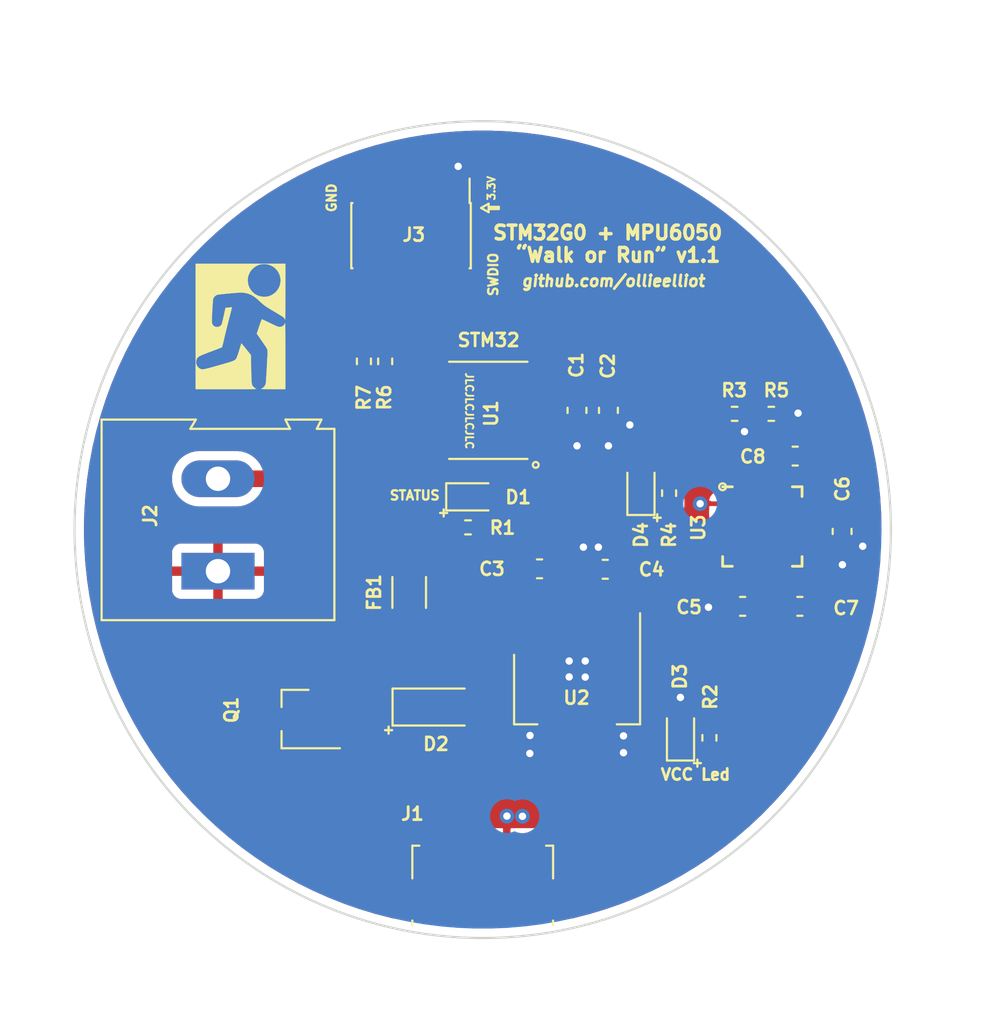
<source format=kicad_pcb>
(kicad_pcb (version 20211014) (generator pcbnew)
  (layers (0 "F.Cu" signal) (31 "B.Cu" signal) (34 "B.Paste" user) (35 "F.Paste" user) (36 "B.SilkS" user "B.Silkscreen") (37 "F.SilkS" user "F.Silkscreen") (38 "B.Mask" user) (39 "F.Mask" user) (44 "Edge.Cuts" user))
  (net 0 "")
  (net 1 "GND")
  (net 2 "+3V3")
  (net 3 "Net-(C3-Pad1)")
  (net 4 "LED")
  (net 5 "Net-(D1-Pad1)")
  (net 6 "+5V")
  (net 7 "Net-(D2-Pad1)")
  (net 8 "Net-(D3-Pad1)")
  (net 9 "Net-(J1-Pad6)")
  (net 10 "Net-(J1-Pad4)")
  (net 11 "Net-(J1-Pad3)")
  (net 12 "Net-(J1-Pad2)")
  (net 13 "Net-(J3-Pad10)")
  (net 14 "Net-(J3-Pad8)")
  (net 15 "Net-(J3-Pad7)")
  (net 16 "Net-(J3-Pad6)")
  (net 17 "Net-(J3-Pad4)")
  (net 18 "Net-(J3-Pad2)")
  (net 19 "SWDIO")
  (net 20 "SWDCLK")
  (net 21 "Net-(J2-Pad2)")
  (net 22 "Net-(C7-Pad1)")
  (net 23 "Net-(C8-Pad1)")
  (net 24 "PWM")
  (net 25 "Net-(D4-Pad1)")
  (net 26 "I2C_SDA")
  (net 27 "I2C_SCL")
  (net 28 "Net-(U3-Pad12)")
  (net 29 "Net-(U3-Pad7)")
  (net 30 "Net-(U3-Pad6)")
  (footprint "Resistor_SMD:R_0402_1005Metric" (layer "F.Cu") (at 173.65 86.8 -90)
    (fp_text reference "R6" (at 1.955 0.05 90) (layer "F.SilkS") (effects (font (size 0.7 0.7))))
    (fp_text value "22")
    (pad "1" smd roundrect (at -0.51 0 270) (size 0.54 0.64) (layers "F.Cu" "F.Paste" "F.Mask") (net 18 "Net-(J3-Pad2)"))
    (pad "2" smd roundrect (at 0.51 0 270) (size 0.54 0.64) (layers "F.Cu" "F.Paste" "F.Mask") (net 19 "SWDIO"))
  )
  (footprint "Resistor_SMD:R_0402_1005Metric" (layer "F.Cu") (at 172.5 86.8 -90)
    (fp_text reference "R7" (at 1.97 0.01 90) (layer "F.SilkS") (effects (font (size 0.7 0.7))))
    (fp_text value "22")
    (pad "1" smd roundrect (at -0.51 0 270) (size 0.54 0.64) (layers "F.Cu" "F.Paste" "F.Mask") (net 17 "Net-(J3-Pad4)"))
    (pad "2" smd roundrect (at 0.51 0 270) (size 0.54 0.64) (layers "F.Cu" "F.Paste" "F.Mask") (net 20 "SWDCLK"))
  )
  (footprint "Connector_PinHeader_1.27mm:PinHeader_2x05_P1.27mm_Vertical_SMD" (layer "F.Cu") (at 175.05 80 -90)
    (fp_text reference "J3" (at -0.05 -0.15 180) (layer "F.SilkS") (effects (font (size 0.7 0.7))))
    (fp_text value "SWD_CONN_10P")
    (pad "1" smd rect (at -1.95 -2.54 270) (size 2.4 0.74) (layers "F.Cu" "F.Paste" "F.Mask") (net 2 "+3V3"))
    (pad "2" smd rect (at 1.95 -2.54 270) (size 2.4 0.74) (layers "F.Cu" "F.Paste" "F.Mask") (net 18 "Net-(J3-Pad2)"))
    (pad "3" smd rect (at -1.95 -1.27 270) (size 2.4 0.74) (layers "F.Cu" "F.Paste" "F.Mask") (net 1 "GND"))
    (pad "4" smd rect (at 1.95 -1.27 270) (size 2.4 0.74) (layers "F.Cu" "F.Paste" "F.Mask") (net 17 "Net-(J3-Pad4)"))
    (pad "5" smd rect (at -1.95 0 270) (size 2.4 0.74) (layers "F.Cu" "F.Paste" "F.Mask") (net 1 "GND"))
    (pad "6" smd rect (at 1.95 0 270) (size 2.4 0.74) (layers "F.Cu" "F.Paste" "F.Mask") (net 16 "Net-(J3-Pad6)"))
    (pad "7" smd rect (at -1.95 1.27 270) (size 2.4 0.74) (layers "F.Cu" "F.Paste" "F.Mask") (net 15 "Net-(J3-Pad7)"))
    (pad "8" smd rect (at 1.95 1.27 270) (size 2.4 0.74) (layers "F.Cu" "F.Paste" "F.Mask") (net 14 "Net-(J3-Pad8)"))
    (pad "9" smd rect (at -1.95 2.54 270) (size 2.4 0.74) (layers "F.Cu" "F.Paste" "F.Mask") (net 1 "GND"))
    (pad "10" smd rect (at 1.95 2.54 270) (size 2.4 0.74) (layers "F.Cu" "F.Paste" "F.Mask") (net 13 "Net-(J3-Pad10)"))
  )
  (footprint "TerminalBlock:TerminalBlock_Altech_AK300-2_P5.00mm" (layer "F.Cu") (at 164.6 98.15 90)
    (fp_text reference "J2" (at 3 -3.67 90) (layer "F.SilkS") (effects (font (size 0.7 0.7))))
    (fp_text value "Screw_Terminal_01x02")
    (pad "1" thru_hole rect (at 0 0 90) (size 1.98 3.96) (drill 1.32) (layers *.Cu *.Mask) (net 1 "GND"))
    (pad "2" thru_hole oval (at 5 0 90) (size 1.98 3.96) (drill 1.32) (layers *.Cu *.Mask) (net 21 "Net-(J2-Pad2)"))
  )
  (footprint "LED_SMD:LED_0603_1608Metric" (layer "F.Cu") (at 187.495 93.6255 90)
    (fp_text reference "D4" (at -2.5655 0 90) (layer "F.SilkS") (effects (font (size 0.7 0.7))))
    (fp_text value "LED")
    (pad "1" smd roundrect (at -0.7875 0 90) (size 0.875 0.95) (layers "F.Cu" "F.Paste" "F.Mask") (net 25 "Net-(D4-Pad1)"))
    (pad "2" smd roundrect (at 0.7875 0 90) (size 0.875 0.95) (layers "F.Cu" "F.Paste" "F.Mask") (net 24 "PWM"))
  )
  (footprint "Resistor_SMD:R_0402_1005Metric" (layer "F.Cu") (at 189.019 93.928 90)
    (fp_text reference "R4" (at -2.263 0 90) (layer "F.SilkS") (effects (font (size 0.7 0.7))))
    (fp_text value "1k")
    (pad "1" smd roundrect (at -0.51 0 90) (size 0.54 0.64) (layers "F.Cu" "F.Paste" "F.Mask") (net 25 "Net-(D4-Pad1)"))
    (pad "2" smd roundrect (at 0.51 0 90) (size 0.54 0.64) (layers "F.Cu" "F.Paste" "F.Mask") (net 1 "GND"))
  )
  (footprint "Resistor_SMD:R_0402_1005Metric" (layer "F.Cu") (at 178.134 95.7806)
    (fp_text reference "R1" (at 1.866 0.0194) (layer "F.SilkS") (effects (font (size 0.7 0.7))))
    (fp_text value "1k")
    (pad "1" smd roundrect (at -0.51 0) (size 0.54 0.64) (layers "F.Cu" "F.Paste" "F.Mask") (net 5 "Net-(D1-Pad1)"))
    (pad "2" smd roundrect (at 0.51 0) (size 0.54 0.64) (layers "F.Cu" "F.Paste" "F.Mask") (net 1 "GND"))
  )
  (footprint "LED_SMD:LED_0603_1608Metric" (layer "F.Cu") (at 178.4388 94.1296)
    (fp_text reference "D1" (at 2.4112 0.0204) (layer "F.SilkS") (effects (font (size 0.7 0.7))))
    (fp_text value "LED")
    (pad "1" smd roundrect (at -0.7875 0) (size 0.875 0.95) (layers "F.Cu" "F.Paste" "F.Mask") (net 5 "Net-(D1-Pad1)"))
    (pad "2" smd roundrect (at 0.7875 0) (size 0.875 0.95) (layers "F.Cu" "F.Paste" "F.Mask") (net 4 "LED"))
  )
  (footprint "Capacitor_SMD:C_0603_1608Metric" (layer "F.Cu") (at 184.033 89.4492 90)
    (fp_text reference "C1" (at 2.4492 -0.033 90) (layer "F.SilkS") (effects (font (size 0.7 0.7))))
    (fp_text value "4.7uF")
    (pad "1" smd roundrect (at -0.775 0 90) (size 0.9 0.95) (layers "F.Cu" "F.Paste" "F.Mask") (net 2 "+3V3"))
    (pad "2" smd roundrect (at 0.775 0 90) (size 0.9 0.95) (layers "F.Cu" "F.Paste" "F.Mask") (net 1 "GND"))
  )
  (footprint "Capacitor_SMD:C_0603_1608Metric" (layer "F.Cu") (at 185.7348 89.4492 90)
    (fp_text reference "C2" (at 2.3992 -0.0348 90) (layer "F.SilkS") (effects (font (size 0.7 0.7))))
    (fp_text value "100nF")
    (pad "1" smd roundrect (at -0.775 0 90) (size 0.9 0.95) (layers "F.Cu" "F.Paste" "F.Mask") (net 2 "+3V3"))
    (pad "2" smd roundrect (at 0.775 0 90) (size 0.9 0.95) (layers "F.Cu" "F.Paste" "F.Mask") (net 1 "GND"))
  )
  (footprint "Capacitor_SMD:C_0603_1608Metric" (layer "F.Cu") (at 193 100.052)
    (fp_text reference "C5" (at -2.9 0.048) (layer "F.SilkS") (effects (font (size 0.7 0.7))))
    (fp_text value "10nF")
    (pad "1" smd roundrect (at -0.775 0) (size 0.9 0.95) (layers "F.Cu" "F.Paste" "F.Mask") (net 2 "+3V3"))
    (pad "2" smd roundrect (at 0.775 0) (size 0.9 0.95) (layers "F.Cu" "F.Paste" "F.Mask") (net 1 "GND"))
  )
  (footprint "Capacitor_SMD:C_0603_1608Metric" (layer "F.Cu") (at 198.384 96 90)
    (fp_text reference "C6" (at 2.3 0.016 270) (layer "F.SilkS") (effects (font (size 0.7 0.7))))
    (fp_text value "0.1uF")
    (pad "1" smd roundrect (at -0.775 0 90) (size 0.9 0.95) (layers "F.Cu" "F.Paste" "F.Mask") (net 2 "+3V3"))
    (pad "2" smd roundrect (at 0.775 0 90) (size 0.9 0.95) (layers "F.Cu" "F.Paste" "F.Mask") (net 1 "GND"))
  )
  (footprint "Capacitor_SMD:C_0603_1608Metric" (layer "F.Cu") (at 196.098 100.052)
    (fp_text reference "C7" (at 2.502 0.098) (layer "F.SilkS") (effects (font (size 0.7 0.7))))
    (fp_text value "0.1uF")
    (pad "1" smd roundrect (at -0.775 0) (size 0.9 0.95) (layers "F.Cu" "F.Paste" "F.Mask") (net 22 "Net-(C7-Pad1)"))
    (pad "2" smd roundrect (at 0.775 0) (size 0.9 0.95) (layers "F.Cu" "F.Paste" "F.Mask") (net 1 "GND"))
  )
  (footprint "Capacitor_SMD:C_0603_1608Metric" (layer "F.Cu") (at 195.844 91.924)
    (fp_text reference "C8" (at -2.294 0.026) (layer "F.SilkS") (effects (font (size 0.7 0.7))))
    (fp_text value "2.2nF")
    (pad "1" smd roundrect (at -0.775 0) (size 0.9 0.95) (layers "F.Cu" "F.Paste" "F.Mask") (net 23 "Net-(C8-Pad1)"))
    (pad "2" smd roundrect (at 0.775 0) (size 0.9 0.95) (layers "F.Cu" "F.Paste" "F.Mask") (net 1 "GND"))
  )
  (footprint "Resistor_SMD:R_0402_1005Metric" (layer "F.Cu") (at 192.565 89.638 180)
    (fp_text reference "R3" (at 0.023 1.27) (layer "F.SilkS") (effects (font (size 0.7 0.7))))
    (fp_text value "2.2k")
    (pad "1" smd roundrect (at -0.51 0 180) (size 0.54 0.64) (layers "F.Cu" "F.Paste" "F.Mask") (net 2 "+3V3"))
    (pad "2" smd roundrect (at 0.51 0 180) (size 0.54 0.64) (layers "F.Cu" "F.Paste" "F.Mask") (net 26 "I2C_SDA"))
  )
  (footprint "Resistor_SMD:R_0402_1005Metric" (layer "F.Cu") (at 194.551 89.638 180)
    (fp_text reference "R5" (at -0.277 1.27) (layer "F.SilkS") (effects (font (size 0.7 0.7))))
    (fp_text value "2.2k")
    (pad "1" smd roundrect (at -0.51 0 180) (size 0.54 0.64) (layers "F.Cu" "F.Paste" "F.Mask") (net 2 "+3V3"))
    (pad "2" smd roundrect (at 0.51 0 180) (size 0.54 0.64) (layers "F.Cu" "F.Paste" "F.Mask") (net 27 "I2C_SCL"))
  )
  (footprint "Sensor_Motion:InvenSense_QFN-24_4x4mm_P0.5mm" (layer "F.Cu") (at 194.066 95.734)
    (fp_text reference "U3" (at -3.466 0.066 90) (layer "F.SilkS") (effects (font (size 0.7 0.7))))
    (fp_text value "MPU-6050")
    (pad "1" smd roundrect (at -1.95 -1.25) (size 0.85 0.3) (layers "F.Cu" "F.Paste" "F.Mask") (net 1 "GND"))
    (pad "2" smd roundrect (at -1.95 -0.75) (size 0.85 0.3) (layers "F.Cu" "F.Paste" "F.Mask"))
    (pad "3" smd roundrect (at -1.95 -0.25) (size 0.85 0.3) (layers "F.Cu" "F.Paste" "F.Mask"))
    (pad "4" smd roundrect (at -1.95 0.25) (size 0.85 0.3) (layers "F.Cu" "F.Paste" "F.Mask"))
    (pad "5" smd roundrect (at -1.95 0.75) (size 0.85 0.3) (layers "F.Cu" "F.Paste" "F.Mask"))
    (pad "6" smd roundrect (at -1.95 1.25) (size 0.85 0.3) (layers "F.Cu" "F.Paste" "F.Mask") (net 30 "Net-(U3-Pad6)"))
    (pad "7" smd roundrect (at -1.25 1.95 90) (size 0.85 0.3) (layers "F.Cu" "F.Paste" "F.Mask") (net 29 "Net-(U3-Pad7)"))
    (pad "8" smd roundrect (at -0.75 1.95 90) (size 0.85 0.3) (layers "F.Cu" "F.Paste" "F.Mask") (net 2 "+3V3"))
    (pad "9" smd roundrect (at -0.25 1.95 90) (size 0.85 0.3) (layers "F.Cu" "F.Paste" "F.Mask") (net 1 "GND"))
    (pad "10" smd roundrect (at 0.25 1.95 90) (size 0.85 0.3) (layers "F.Cu" "F.Paste" "F.Mask") (net 22 "Net-(C7-Pad1)"))
    (pad "11" smd roundrect (at 0.75 1.95 90) (size 0.85 0.3) (layers "F.Cu" "F.Paste" "F.Mask") (net 1 "GND"))
    (pad "12" smd roundrect (at 1.25 1.95 90) (size 0.85 0.3) (layers "F.Cu" "F.Paste" "F.Mask") (net 28 "Net-(U3-Pad12)"))
    (pad "13" smd roundrect (at 1.95 1.25) (size 0.85 0.3) (layers "F.Cu" "F.Paste" "F.Mask") (net 2 "+3V3"))
    (pad "14" smd roundrect (at 1.95 0.75) (size 0.85 0.3) (layers "F.Cu" "F.Paste" "F.Mask"))
    (pad "15" smd roundrect (at 1.95 0.25) (size 0.85 0.3) (layers "F.Cu" "F.Paste" "F.Mask"))
    (pad "16" smd roundrect (at 1.95 -0.25) (size 0.85 0.3) (layers "F.Cu" "F.Paste" "F.Mask"))
    (pad "17" smd roundrect (at 1.95 -0.75) (size 0.85 0.3) (layers "F.Cu" "F.Paste" "F.Mask"))
    (pad "18" smd roundrect (at 1.95 -1.25) (size 0.85 0.3) (layers "F.Cu" "F.Paste" "F.Mask") (net 1 "GND"))
    (pad "19" smd roundrect (at 1.25 -1.95 90) (size 0.85 0.3) (layers "F.Cu" "F.Paste" "F.Mask"))
    (pad "20" smd roundrect (at 0.75 -1.95 90) (size 0.85 0.3) (layers "F.Cu" "F.Paste" "F.Mask") (net 23 "Net-(C8-Pad1)"))
    (pad "21" smd roundrect (at 0.25 -1.95 90) (size 0.85 0.3) (layers "F.Cu" "F.Paste" "F.Mask"))
    (pad "22" smd roundrect (at -0.25 -1.95 90) (size 0.85 0.3) (layers "F.Cu" "F.Paste" "F.Mask"))
    (pad "23" smd roundrect (at -0.75 -1.95 90) (size 0.85 0.3) (layers "F.Cu" "F.Paste" "F.Mask") (net 27 "I2C_SCL"))
    (pad "24" smd roundrect (at -1.25 -1.95 90) (size 0.85 0.3) (layers "F.Cu" "F.Paste" "F.Mask") (net 26 "I2C_SDA"))
  )
  (footprint "footprints:STM32G041J6M6" (layer "F.Cu") (at 179.2324 89.4492 180)
    (fp_text reference "U1" (at -0.1516 -0.1688 270) (layer "F.SilkS") (effects (font (size 0.7 0.7))))
    (fp_text value "STM32" (at -0.0176 3.7992) (layer "F.SilkS") (effects (font (size 0.7 0.7))))
    (pad "1" smd rect locked (at -2.721348 -1.905 180) (size 1.454899 0.5326) (layers "F.Cu" "F.Paste" "F.Mask") (net 4 "LED"))
    (pad "2" smd rect locked (at -2.721348 -0.635 180) (size 1.454899 0.5326) (layers "F.Cu" "F.Paste" "F.Mask") (net 2 "+3V3"))
    (pad "3" smd rect locked (at -2.721348 0.635 180) (size 1.454899 0.5326) (layers "F.Cu" "F.Paste" "F.Mask") (net 1 "GND"))
    (pad "4" smd rect locked (at -2.721348 1.905 180) (size 1.454899 0.5326) (layers "F.Cu" "F.Paste" "F.Mask") (net 24 "PWM"))
    (pad "5" smd rect locked (at 2.721348 1.905 180) (size 1.454899 0.5326) (layers "F.Cu" "F.Paste" "F.Mask") (net 27 "I2C_SCL"))
    (pad "6" smd rect locked (at 2.721348 0.635 180) (size 1.454899 0.5326) (layers "F.Cu" "F.Paste" "F.Mask") (net 26 "I2C_SDA"))
    (pad "7" smd rect locked (at 2.721348 -0.635 180) (size 1.454899 0.5326) (layers "F.Cu" "F.Paste" "F.Mask") (net 19 "SWDIO"))
    (pad "8" smd rect locked (at 2.721348 -1.905 180) (size 1.454899 0.5326) (layers "F.Cu" "F.Paste" "F.Mask") (net 20 "SWDCLK"))
  )
  (footprint "Connector_USB:USB_Micro-B_Molex_47346-0001" (layer "F.Cu") (at 178.93 114.71)
    (fp_text reference "J1" (at -3.802 -3.436 180) (layer "F.SilkS") (effects (font (size 0.7 0.7))))
    (fp_text value "USB_B_Micro")
    (pad "1" smd rect (at -1.3 -1.46) (size 0.45 1.38) (layers "F.Cu" "F.Paste" "F.Mask") (net 6 "+5V"))
    (pad "2" smd rect (at -0.65 -1.46) (size 0.45 1.38) (layers "F.Cu" "F.Paste" "F.Mask") (net 12 "Net-(J1-Pad2)"))
    (pad "3" smd rect (at 0 -1.46) (size 0.45 1.38) (layers "F.Cu" "F.Paste" "F.Mask") (net 11 "Net-(J1-Pad3)"))
    (pad "4" smd rect (at 0.65 -1.46) (size 0.45 1.38) (layers "F.Cu" "F.Paste" "F.Mask") (net 10 "Net-(J1-Pad4)"))
    (pad "5" smd rect (at 1.3 -1.46) (size 0.45 1.38) (layers "F.Cu" "F.Paste" "F.Mask") (net 1 "GND"))
    (pad "6" smd rect (at 2.4875 -1.375) (size 1.425 1.55) (layers "F.Cu" "F.Paste" "F.Mask") (net 9 "Net-(J1-Pad6)"))
    (pad "6" smd rect (at 3.375 1.2) (size 1.65 1.3) (layers "F.Cu" "F.Paste" "F.Mask") (net 9 "Net-(J1-Pad6)"))
    (pad "6" smd rect (at 1.55 1.2) (size 1 1.9) (layers "F.Cu" "F.Paste" "F.Mask") (net 9 "Net-(J1-Pad6)"))
    (pad "6" smd rect (at -3.375 1.2) (size 1.65 1.3) (layers "F.Cu" "F.Paste" "F.Mask") (net 9 "Net-(J1-Pad6)"))
    (pad "6" smd rect (at -1.15 1.2) (size 1.8 1.9) (layers "F.Cu" "F.Paste" "F.Mask") (net 9 "Net-(J1-Pad6)"))
    (pad "6" smd rect (at -2.4875 -1.375) (size 1.425 1.55) (layers "F.Cu" "F.Paste" "F.Mask") (net 9 "Net-(J1-Pad6)"))
  )
  (footprint "LED_SMD:LED_0603_1608Metric" (layer "F.Cu") (at 189.6366 106.9082 90)
    (fp_text reference "D3" (at 3.0582 -0.0366 90) (layer "F.SilkS") (effects (font (size 0.7 0.7))))
    (fp_text value "RED_LED")
    (pad "1" smd roundrect (at -0.7875 0 90) (size 0.875 0.95) (layers "F.Cu" "F.Paste" "F.Mask") (net 8 "Net-(D3-Pad1)"))
    (pad "2" smd roundrect (at 0.7875 0 90) (size 0.875 0.95) (layers "F.Cu" "F.Paste" "F.Mask") (net 2 "+3V3"))
  )
  (footprint "Inductor_SMD:L_1206_3216Metric" (layer "F.Cu") (at 174.95 99.3 -90)
    (fp_text reference "FB1" (at 0 1.9 90) (layer "F.SilkS") (effects (font (size 0.7 0.7))))
    (fp_text value "600 @ 100Mhz")
    (pad "1" smd roundrect (at -1.575 0 270) (size 1.05 1.9) (layers "F.Cu" "F.Paste" "F.Mask") (roundrect_rratio 0.238095) (net 3 "Net-(C3-Pad1)"))
    (pad "2" smd roundrect (at 1.575 0 270) (size 1.05 1.9) (layers "F.Cu" "F.Paste" "F.Mask") (roundrect_rratio 0.238095) (net 7 "Net-(D2-Pad1)"))
  )
  (footprint "Package_TO_SOT_SMD:SOT-23_Handsoldering" (layer "F.Cu") (at 168.8 106.15 180)
    (fp_text reference "Q1" (at 3.473 0.495 270) (layer "F.SilkS") (effects (font (size 0.7 0.7))))
    (fp_text value "Q_PMOS_GSD")
    (pad "1" smd rect (at -1.5 -0.95 180) (size 1.9 0.8) (layers "F.Cu" "F.Paste" "F.Mask") (net 1 "GND"))
    (pad "2" smd rect (at -1.5 0.95 180) (size 1.9 0.8) (layers "F.Cu" "F.Paste" "F.Mask") (net 7 "Net-(D2-Pad1)"))
    (pad "3" smd rect (at 1.5 0 180) (size 1.9 0.8) (layers "F.Cu" "F.Paste" "F.Mask") (net 21 "Net-(J2-Pad2)"))
  )
  (footprint "Resistor_SMD:R_0402_1005Metric" (layer "F.Cu") (at 191.2 107.165 90)
    (fp_text reference "R2" (at 2.215 0.05 90) (layer "F.SilkS") (effects (font (size 0.7 0.7))))
    (fp_text value "1k")
    (pad "1" smd roundrect (at -0.51 0 90) (size 0.54 0.64) (layers "F.Cu" "F.Paste" "F.Mask") (net 8 "Net-(D3-Pad1)"))
    (pad "2" smd roundrect (at 0.51 0 90) (size 0.54 0.64) (layers "F.Cu" "F.Paste" "F.Mask") (net 1 "GND"))
  )
  (footprint "Diode_SMD:D_SOD-123" (layer "F.Cu") (at 176.3 105.5)
    (fp_text reference "D2" (at 0.1 2) (layer "F.SilkS") (effects (font (size 0.7 0.7))))
    (fp_text value "D_Schottky")
    (pad "1" smd rect (at -1.65 0) (size 0.9 1.2) (layers "F.Cu" "F.Paste" "F.Mask") (net 7 "Net-(D2-Pad1)"))
    (pad "2" smd rect (at 1.65 0) (size 0.9 1.2) (layers "F.Cu" "F.Paste" "F.Mask") (net 6 "+5V"))
  )
  (footprint "Capacitor_SMD:C_0603_1608Metric" (layer "F.Cu") (at 185.5618 98.0484)
    (fp_text reference "C4" (at 2.5082 0.0116) (layer "F.SilkS") (effects (font (size 0.7 0.7))))
    (fp_text value "10uF")
    (pad "1" smd roundrect (at -0.775 0) (size 0.9 0.95) (layers "F.Cu" "F.Paste" "F.Mask") (net 2 "+3V3"))
    (pad "2" smd roundrect (at 0.775 0) (size 0.9 0.95) (layers "F.Cu" "F.Paste" "F.Mask") (net 1 "GND"))
  )
  (footprint "Package_TO_SOT_SMD:SOT-223-3_TabPin2" (layer "F.Cu") (at 184.0378 104.5254 -90)
    (fp_text reference "U2" (at 0.4746 0.0278 180) (layer "F.SilkS") (effects (font (size 0.7 0.7))))
    (fp_text value "AMS1117-3.3")
    (pad "1" smd rect (at -3.15 -2.3 270) (size 2 1.5) (layers "F.Cu" "F.Paste" "F.Mask") (net 1 "GND"))
    (pad "2" smd rect (at -3.15 0 270) (size 2 1.5) (layers "F.Cu" "F.Paste" "F.Mask") (net 2 "+3V3"))
    (pad "2" smd rect (at 3.15 0 270) (size 2 3.8) (layers "F.Cu" "F.Paste" "F.Mask") (net 2 "+3V3"))
    (pad "3" smd rect (at -3.15 2.3 270) (size 2 1.5) (layers "F.Cu" "F.Paste" "F.Mask") (net 3 "Net-(C3-Pad1)"))
  )
  (footprint "KiOllie_Lib:running_man" (layer "F.Cu") (at 165.81 84.9)
    (fp_text reference "G***" hide)
    (fp_text value "LOGO" hide)
  )
  (footprint "Capacitor_SMD:C_0603_1608Metric" (layer "F.Cu") (at 182.0058 98.023)
    (fp_text reference "C3" (at -2.5758 0.007) (layer "F.SilkS") (effects (font (size 0.7 0.7))))
    (fp_text value "10uF")
    (pad "1" smd roundrect (at -0.775 0) (size 0.9 0.95) (layers "F.Cu" "F.Paste" "F.Mask") (net 3 "Net-(C3-Pad1)"))
    (pad "2" smd roundrect (at 0.775 0) (size 0.9 0.95) (layers "F.Cu" "F.Paste" "F.Mask") (net 1 "GND"))
  )
  (gr_circle (center 191.916 93.584) (end 191.75 93.5) (layer "F.SilkS") (width 0.12) (fill none))
  (gr_circle (center 181.8 92.4) (end 181.65 92.35) (layer "F.SilkS") (width 0.12) (fill none))
  (gr_line (start 179.25 78.73) (end 178.84 78.5) (layer "F.SilkS") (width 0.12))
  (gr_line (start 178.84 78.5) (end 179.25 78.27) (layer "F.SilkS") (width 0.12))
  (gr_line (start 179.25 78.73) (end 179.25 78.27) (layer "F.SilkS") (width 0.12))
  (gr_line (start 179.27 78.56) (end 179.8 78.56) (layer "F.SilkS") (width 0.12))
  (gr_line (start 179.8 78.55) (end 179.8 78.44) (layer "F.SilkS") (width 0.12))
  (gr_line (start 179.27 78.44) (end 179.8 78.44) (layer "F.SilkS") (width 0.12))
  (gr_circle (center 178.929837 95.9) (end 201.025 95.9) (layer "Edge.Cuts") (width 0.12) (fill none))
  (gr_text "+" (at 188.375 95.225) (layer "F.SilkS") (effects (font (size 0.5 0.5) (thickness 0.125))))
  (gr_text "+" (at 176.85 95 270) (layer "F.SilkS") (effects (font (size 0.5 0.5) (thickness 0.125))))
  (gr_text "JLCJLCJLCJLC" (at 178.204 89.478 270) (layer "F.SilkS") (effects (font (size 0.4 0.4) (thickness 0.1))))
  (gr_text "STM32G0 + MPU6050  \n“Walk or Run” v1.1" (at 186.267 80.445) (layer "F.SilkS") (effects (font (size 0.75 0.75) (thickness 0.1875))))
  (gr_text "github.com/ollieelliot" (at 186 82.45) (layer "F.SilkS") (effects (font (size 0.6 0.6) (thickness 0.15) italic)))
  (gr_text "SWDIO" (at 179.5 82.1 90) (layer "F.SilkS") (effects (font (size 0.5 0.5) (thickness 0.125))))
  (gr_text "GND\n" (at 170.75 77.95 90) (layer "F.SilkS") (effects (font (size 0.5 0.5) (thickness 0.125))))
  (gr_text "3.3V" (at 179.4 77.435 90) (layer "F.SilkS") (effects (font (size 0.4 0.4) (thickness 0.1))))
  (gr_text "+" (at 173.8 106.75 90) (layer "F.SilkS") (effects (font (size 0.5 0.5) (thickness 0.125))))
  (gr_text "+" (at 190.55 108.5) (layer "F.SilkS") (effects (font (size 0.5 0.5) (thickness 0.125))))
  (gr_text "VCC Led" (at 190.45 109.15) (layer "F.SilkS") (effects (font (size 0.6 0.6))))
  (gr_text "STATUS" (at 175.25 94.05) (layer "F.SilkS") (effects (font (size 0.5 0.5) (thickness 0.125))))
  (segment (start 185.704 88.6309) (end 185.7348 88.6617) (width 0.4) (layer "F.Cu") (net 1))
  (segment (start 185.7585 88.638) (end 185.7348 88.6617) (width 0.6) (layer "F.Cu") (net 1))
  (segment (start 185.724 88.6509) (end 185.7348 88.6617) (width 0.6) (layer "F.Cu") (net 1))
  (segment (start 195.507 98.9) (end 196.5 98.9) (width 0.25) (layer "F.Cu") (net 1))
  (segment (start 196.5 98.9) (end 196.8855 99.2855) (width 0.25) (layer "F.Cu") (net 1))
  (segment (start 196.8855 99.2855) (end 196.8855 100.052) (width 0.25) (layer "F.Cu") (net 1))
  (segment (start 193.816 97.684) (end 193.816 100.0235) (width 0.25) (layer "F.Cu") (net 1))
  (segment (start 193.816 100.0235) (end 193.7875 100.052) (width 0.25) (layer "F.Cu") (net 1))
  (segment (start 198.384 95.2125) (end 197.6555 94.484) (width 0.25) (layer "F.Cu") (net 1))
  (segment (start 197.6555 94.484) (end 196.016 94.484) (width 0.25) (layer "F.Cu") (net 1))
  (segment (start 183.994 88.6227) (end 184.033 88.6617) (width 0.6) (layer "F.Cu") (net 1))
  (segment (start 181.953748 88.8142) (end 183.8805 88.8142) (width 0.6) (layer "F.Cu") (net 1))
  (segment (start 183.8805 88.8142) (end 184.033 88.6617) (width 0.6) (layer "F.Cu") (net 1))
  (segment (start 184.033 88.6617) (end 185.7348 88.6617) (width 0.4) (layer "F.Cu") (net 1))
  (segment (start 190.7 94.5) (end 192.1 94.5) (width 0.25) (layer "F.Cu") (net 1))
  (segment (start 192.1 94.5) (end 192.116 94.484) (width 0.25) (layer "F.Cu") (net 1))
  (segment (start 194.816 97.684) (end 194.816 98.209) (width 0.25) (layer "F.Cu") (net 1))
  (segment (start 194.816 98.209) (end 195.507 98.9) (width 0.25) (layer "F.Cu") (net 1))
  (segment (start 180.24 111.4) (end 181.07 111.4) (width 0.6) (layer "F.Cu") (net 1))
  (segment (start 180.23 111.41) (end 180.24 111.4) (width 0.4) (layer "F.Cu") (net 1))
  (segment (start 181.07 111.4) (end 181.08 111.41) (width 0.6) (layer "F.Cu") (net 1))
  (segment (start 180.23 113.25) (end 180.23 111.41) (width 0.4) (layer "F.Cu") (net 1))
  (segment (start 182.78 98.0097) (end 182.7933 98.023) (width 0.6) (layer "F.Cu") (net 1))
  (segment (start 182.82 98.0497) (end 182.7933 98.023) (width 0.6) (layer "F.Cu") (net 1))
  (segment (start 186.3378 101.3754) (end 186.3378 98.0599) (width 0.7) (layer "F.Cu") (net 1))
  (segment (start 186.3378 98.0599) (end 186.3493 98.0484) (width 0.7) (layer "F.Cu") (net 1))
  (via (at 190.7 94.5) (size 0.8) (drill 0.4) (layers "F.Cu" "B.Cu") (net 1))
  (via (at 181.08 111.41) (size 0.8) (drill 0.4) (layers "F.Cu" "B.Cu") (net 1))
  (via (at 180.24 111.4) (size 0.8) (drill 0.4) (layers "F.Cu" "B.Cu") (net 1))
  (segment (start 185.7348 90.2367) (end 185.7348 90.2367) (width 0.4) (layer "F.Cu") (net 2))
  (segment (start 185.7348 90.2367) (end 185.7348 91.3672) (width 0.6) (layer "F.Cu") (net 2))
  (segment (start 185.7348 91.3672) (end 185.734 91.368) (width 0.6) (layer "F.Cu") (net 2))
  (segment (start 181.953748 90.0842) (end 183.8805 90.0842) (width 0.4) (layer "F.Cu") (net 2))
  (segment (start 183.8805 90.0842) (end 184.033 90.2367) (width 0.4) (layer "F.Cu") (net 2))
  (segment (start 184.033 90.2367) (end 185.7348 90.2367) (width 0.4) (layer "F.Cu") (net 2))
  (segment (start 191.15 100.1) (end 192.1645 100.1) (width 0.4) (layer "F.Cu") (net 2))
  (segment (start 192.1645 100.1) (end 192.2125 100.052) (width 0.4) (layer "F.Cu") (net 2))
  (segment (start 192.15 100.1145) (end 192.2125 100.052) (width 0.4) (layer "F.Cu") (net 2))
  (segment (start 192.2125 100.052) (end 192.2125 99.477) (width 0.25) (layer "F.Cu") (net 2))
  (segment (start 192.2125 99.477) (end 193.316 98.3735) (width 0.25) (layer "F.Cu") (net 2))
  (segment (start 193.316 98.3735) (end 193.316 98.209) (width 0.25) (layer "F.Cu") (net 2))
  (segment (start 193.316 98.209) (end 193.316 97.684) (width 0.25) (layer "F.Cu") (net 2))
  (segment (start 198.4 97.8) (end 198.4 96.8035) (width 0.4) (layer "F.Cu") (net 2))
  (segment (start 198.4 96.8035) (end 198.384 96.7875) (width 0.4) (layer "F.Cu") (net 2))
  (segment (start 198.384 96.7875) (end 199.4875 96.7875) (width 0.4) (layer "F.Cu") (net 2))
  (segment (start 199.4875 96.7875) (end 199.5 96.8) (width 0.4) (layer "F.Cu") (net 2))
  (segment (start 198.23575 96.93575) (end 198.384 96.7875) (width 0.25) (layer "F.Cu") (net 2))
  (segment (start 196 89.6) (end 195.074 89.6) (width 0.4) (layer "F.Cu") (net 2))
  (segment (start 195.074 89.6) (end 195.036 89.638) (width 0.4) (layer "F.Cu") (net 2))
  (segment (start 193.1 90.6) (end 193.1 89.688) (width 0.4) (layer "F.Cu") (net 2))
  (segment (start 193.1 89.688) (end 193.05 89.638) (width 0.4) (layer "F.Cu") (net 2))
  (segment (start 196.016 96.984) (end 198.1875 96.984) (width 0.25) (layer "F.Cu") (net 2))
  (segment (start 198.1875 96.984) (end 198.23575 96.93575) (width 0.25) (layer "F.Cu") (net 2))
  (segment (start 184.033 90.2367) (end 184.033 91.367) (width 0.6) (layer "F.Cu") (net 2))
  (segment (start 184.033 91.367) (end 184.034 91.368) (width 0.6) (layer "F.Cu") (net 2))
  (segment (start 189.6366 106.1207) (end 189.6366 104.9866) (width 0.4) (layer "F.Cu") (net 2))
  (segment (start 189.6366 104.9866) (end 189.63 104.98) (width 0.4) (layer "F.Cu") (net 2))
  (segment (start 184.0378 101.3754) (end 184.0378 101.3754) (width 0.9) (layer "F.Cu") (net 2))
  (segment (start 184.0378 101.3754) (end 184.0378 101.3754) (width 0.9) (layer "F.Cu") (net 2))
  (segment (start 184.7743 99.2757) (end 184.2375 99.2757) (width 0.9) (layer "F.Cu") (net 2))
  (segment (start 184.2375 99.2757) (end 184.0378 99.4754) (width 0.9) (layer "F.Cu") (net 2))
  (segment (start 184.0378 99.4754) (end 184.0378 101.3754) (width 0.9) (layer "F.Cu") (net 2))
  (segment (start 184.7743 98.0484) (end 184.7743 99.2757) (width 0.9) (layer "F.Cu") (net 2))
  (segment (start 181.49 107.04) (end 183.4024 107.04) (width 0.6) (layer "F.Cu") (net 2))
  (segment (start 183.4024 107.04) (end 184.0378 107.6754) (width 0.6) (layer "F.Cu") (net 2))
  (segment (start 181.49 107.04) (end 181.49 108) (width 0.6) (layer "F.Cu") (net 2))
  (segment (start 181.49 108) (end 181.48 108.01) (width 0.6) (layer "F.Cu") (net 2))
  (segment (start 181.48 108.01) (end 183.7032 108.01) (width 0.6) (layer "F.Cu") (net 2))
  (segment (start 183.7032 108.01) (end 184.0378 107.6754) (width 0.6) (layer "F.Cu") (net 2))
  (segment (start 186.55 107.06) (end 186.55 107.97) (width 0.6) (layer "F.Cu") (net 2))
  (segment (start 186.55 107.06) (end 184.6532 107.06) (width 0.6) (layer "F.Cu") (net 2))
  (segment (start 184.6532 107.06) (end 184.0378 107.6754) (width 0.6) (layer "F.Cu") (net 2))
  (segment (start 186.55 107.97) (end 184.3324 107.97) (width 0.6) (layer "F.Cu") (net 2))
  (segment (start 184.3324 107.97) (end 184.0378 107.6754) (width 0.6) (layer "F.Cu") (net 2))
  (segment (start 185.19 96.85) (end 185.19 97.6327) (width 0.6) (layer "F.Cu") (net 2))
  (segment (start 185.19 97.6327) (end 184.7743 98.0484) (width 0.6) (layer "F.Cu") (net 2))
  (segment (start 184.38 96.85) (end 184.38 97.6541) (width 0.6) (layer "F.Cu") (net 2))
  (segment (start 184.38 97.6541) (end 184.7743 98.0484) (width 0.6) (layer "F.Cu") (net 2))
  (segment (start 184.38 96.85) (end 185.19 96.85) (width 0.6) (layer "F.Cu") (net 2))
  (segment (start 184.48 103.01) (end 184.48 101.8176) (width 0.6) (layer "F.Cu") (net 2))
  (segment (start 184.48 101.8176) (end 184.0378 101.3754) (width 0.6) (layer "F.Cu") (net 2))
  (segment (start 183.61 103.01) (end 183.61 101.8032) (width 0.6) (layer "F.Cu") (net 2))
  (segment (start 183.61 101.8032) (end 184.0378 101.3754) (width 0.6) (layer "F.Cu") (net 2))
  (segment (start 183.61 103.87) (end 183.61 103.01) (width 0.6) (layer "F.Cu") (net 2))
  (segment (start 183.61 103.87) (end 184.47 103.87) (width 0.6) (layer "F.Cu") (net 2))
  (segment (start 184.47 103.87) (end 184.48 103.88) (width 0.6) (layer "F.Cu") (net 2))
  (segment (start 184.48 103.01) (end 184.48 103.88) (width 0.6) (layer "F.Cu") (net 2))
  (segment (start 183.61 103.01) (end 184.48 103.01) (width 0.6) (layer "F.Cu") (net 2))
  (segment (start 184.0378 101.3754) (end 184.0378 101.3754) (width 0.9) (layer "F.Cu") (net 2))
  (segment (start 184.0378 101.3754) (end 184.0378 101.3754) (width 0.9) (layer "F.Cu") (net 2))
  (segment (start 177.6 78.04) (end 177.59 78.05) (width 0.6) (layer "F.Cu") (net 2))
  (segment (start 177.6 76.25) (end 177.6 78.04) (width 0.6) (layer "F.Cu") (net 2))
  (via (at 186.894 90.238) (size 0.8) (drill 0.4) (layers "F.Cu" "B.Cu") (net 2))
  (via (at 184.034 91.368) (size 0.8) (drill 0.4) (layers "F.Cu" "B.Cu") (net 2))
  (via (at 185.734 91.368) (size 0.8) (drill 0.4) (layers "F.Cu" "B.Cu") (net 2))
  (via (at 196 89.6) (size 0.8) (drill 0.4) (layers "F.Cu" "B.Cu") (net 2))
  (via (at 193.1 90.6) (size 0.8) (drill 0.4) (layers "F.Cu" "B.Cu") (net 2))
  (via (at 199.5 96.8) (size 0.8) (drill 0.4) (layers "F.Cu" "B.Cu") (net 2))
  (via (at 191.15 100.1) (size 0.8) (drill 0.4) (layers "F.Cu" "B.Cu") (net 2))
  (via (at 198.4 97.8) (size 0.8) (drill 0.4) (layers "F.Cu" "B.Cu") (net 2))
  (via (at 189.63 104.98) (size 0.8) (drill 0.4) (layers "F.Cu" "B.Cu") (net 2))
  (via (at 184.48 103.01) (size 0.8) (drill 0.4) (layers "F.Cu" "B.Cu") (net 2))
  (via (at 185.19 96.85) (size 0.8) (drill 0.4) (layers "F.Cu" "B.Cu") (net 2))
  (via (at 184.38 96.85) (size 0.8) (drill 0.4) (layers "F.Cu" "B.Cu") (net 2))
  (via (at 186.55 107.97) (size 0.8) (drill 0.4) (layers "F.Cu" "B.Cu") (net 2))
  (via (at 186.55 107.06) (size 0.8) (drill 0.4) (layers "F.Cu" "B.Cu") (net 2))
  (via (at 181.48 108.01) (size 0.8) (drill 0.4) (layers "F.Cu" "B.Cu") (net 2))
  (via (at 181.49 107.04) (size 0.8) (drill 0.4) (layers "F.Cu" "B.Cu") (net 2))
  (via (at 183.61 103.01) (size 0.8) (drill 0.4) (layers "F.Cu" "B.Cu") (net 2))
  (via (at 184.48 103.88) (size 0.8) (drill 0.4) (layers "F.Cu" "B.Cu") (net 2))
  (via (at 183.61 103.87) (size 0.8) (drill 0.4) (layers "F.Cu" "B.Cu") (net 2))
  (via (at 177.6 76.25) (size 0.8) (drill 0.4) (layers "F.Cu" "B.Cu") (net 2))
  (segment (start 181.7378 101.3754) (end 181.7378 99.4754) (width 0.9) (layer "F.Cu") (net 3))
  (segment (start 181.0953 97.9) (end 181.2183 98.023) (width 0.9) (layer "F.Cu") (net 3))
  (segment (start 174.95 97.9) (end 181.0953 97.9) (width 0.9) (layer "F.Cu") (net 3))
  (segment (start 181.2183 98.023) (end 181.2183 98.598) (width 0.9) (layer "F.Cu") (net 3))
  (segment (start 181.7378 99.1175) (end 181.7378 99.4754) (width 0.9) (layer "F.Cu") (net 3))
  (segment (start 181.2183 98.598) (end 181.7378 99.1175) (width 0.9) (layer "F.Cu") (net 3))
  (segment (start 179.2263 94.1296) (end 179.2263 92.0487) (width 0.25) (layer "F.Cu") (net 4))
  (segment (start 179.9208 91.3542) (end 181.953748 91.3542) (width 0.25) (layer "F.Cu") (net 4))
  (segment (start 179.2263 92.0487) (end 179.9208 91.3542) (width 0.25) (layer "F.Cu") (net 4))
  (segment (start 177.6513 94.1296) (end 177.6513 95.7783) (width 0.4) (layer "F.Cu") (net 5))
  (segment (start 177.6513 95.7783) (end 177.649 95.7806) (width 0.4) (layer "F.Cu") (net 5))
  (segment (start 177.649 94.1319) (end 177.6513 94.1296) (width 0.4) (layer "F.Cu") (net 5))
  (segment (start 177.95 108.725) (end 177.95 105.5) (width 0.4) (layer "F.Cu") (net 6))
  (segment (start 177.63 113.25) (end 177.63 109.045) (width 0.4) (layer "F.Cu") (net 6))
  (segment (start 177.63 109.045) (end 177.95 108.725) (width 0.4) (layer "F.Cu") (net 6))
  (segment (start 170.3 105.2) (end 174.35 105.2) (width 0.9) (layer "F.Cu") (net 7))
  (segment (start 174.65 105.5) (end 174.65 101) (width 0.9) (layer "F.Cu") (net 7))
  (segment (start 174.65 101) (end 174.95 100.7) (width 0.9) (layer "F.Cu") (net 7))
  (segment (start 174.35 105.2) (end 174.65 105.5) (width 0.9) (layer "F.Cu") (net 7))
  (segment (start 191.2 107.65) (end 189.6823 107.65) (width 0.6) (layer "F.Cu") (net 8))
  (segment (start 189.6823 107.65) (end 189.6366 107.6957) (width 0.6) (layer "F.Cu") (net 8))
  (segment (start 176.02 115.91) (end 178.09 115.91) (width 0.9) (layer "F.Cu") (net 9))
  (segment (start 178.09 115.91) (end 179.77 115.91) (width 0.9) (layer "F.Cu") (net 9))
  (segment (start 181.84 115.91) (end 179.77 115.91) (width 0.9) (layer "F.Cu") (net 9))
  (segment (start 181.3925 115.4625) (end 181.84 115.91) (width 0.9) (layer "F.Cu") (net 9))
  (segment (start 176.4675 115.4625) (end 176.02 115.91) (width 0.9) (layer "F.Cu") (net 9))
  (segment (start 181.3925 113.61) (end 181.3925 115.4625) (width 0.9) (layer "F.Cu") (net 9))
  (segment (start 176.4675 113.61) (end 176.4675 115.4625) (width 0.9) (layer "F.Cu") (net 9))
  (segment (start 172.5 81.96) (end 172.51 81.95) (width 0.6) (layer "F.Cu") (net 13))
  (segment (start 176.32 83.43) (end 176.32 81.95) (width 0.4) (layer "F.Cu") (net 17))
  (segment (start 173 85.15) (end 174.6 85.15) (width 0.4) (layer "F.Cu") (net 17))
  (segment (start 174.6 85.15) (end 176.32 83.43) (width 0.4) (layer "F.Cu") (net 17))
  (segment (start 172.5 85.65) (end 173 85.15) (width 0.4) (layer "F.Cu") (net 17))
  (segment (start 172.5 86.29) (end 172.5 85.65) (width 0.4) (layer "F.Cu") (net 17))
  (segment (start 177.59 83.55) (end 174.85 86.29) (width 0.4) (layer "F.Cu") (net 18))
  (segment (start 174.85 86.29) (end 173.65 86.29) (width 0.4) (layer "F.Cu") (net 18))
  (segment (start 177.59 81.95) (end 177.59 83.55) (width 0.4) (layer "F.Cu") (net 18))
  (segment (start 174.8842 90.0842) (end 176.511052 90.0842) (width 0.4) (layer "F.Cu") (net 19))
  (segment (start 173.65 87.31) (end 173.65 88.85) (width 0.4) (layer "F.Cu") (net 19))
  (segment (start 176.426852 90) (end 176.511052 90.0842) (width 0.25) (layer "F.Cu") (net 19))
  (segment (start 173.65 88.85) (end 174.8842 90.0842) (width 0.4) (layer "F.Cu") (net 19))
  (segment (start 172.5 87.31) (end 172.5 89.35) (width 0.4) (layer "F.Cu") (net 20))
  (segment (start 174.5042 91.3542) (end 176.511052 91.3542) (width 0.4) (layer "F.Cu") (net 20))
  (segment (start 172.5 89.35) (end 174.5042 91.3542) (width 0.4) (layer "F.Cu") (net 20))
  (segment (start 167.3 103.525) (end 167.3 106.15) (width 0.9) (layer "F.Cu") (net 21))
  (segment (start 168.725 94.395) (end 168.725 102.1) (width 0.9) (layer "F.Cu") (net 21))
  (segment (start 164.6 93.15) (end 167.48 93.15) (width 0.9) (layer "F.Cu") (net 21))
  (segment (start 168.725 102.1) (end 167.3 103.525) (width 0.9) (layer "F.Cu") (net 21))
  (segment (start 167.48 93.15) (end 168.725 94.395) (width 0.9) (layer "F.Cu") (net 21))
  (segment (start 194.316 97.684) (end 194.316 98.416) (width 0.25) (layer "F.Cu") (net 22))
  (segment (start 194.316 98.416) (end 195.3105 99.4105) (width 0.25) (layer "F.Cu") (net 22))
  (segment (start 195.3105 99.4105) (end 195.3105 100.052) (width 0.25) (layer "F.Cu") (net 22))
  (segment (start 194.816 93.784) (end 194.816 92.1645) (width 0.25) (layer "F.Cu") (net 23))
  (segment (start 194.816 92.1645) (end 195.0565 91.924) (width 0.25) (layer "F.Cu") (net 23))
  (segment (start 188.07 92.838) (end 188.525 92.383) (width 0.25) (layer "F.Cu") (net 24))
  (segment (start 182.331648 86.65) (end 181.953748 87.0279) (width 0.25) (layer "F.Cu") (net 24))
  (segment (start 187.495 92.838) (end 188.07 92.838) (width 0.25) (layer "F.Cu") (net 24))
  (segment (start 181.953748 87.0279) (end 181.953748 87.5442) (width 0.25) (layer "F.Cu") (net 24))
  (segment (start 187.275 86.65) (end 182.331648 86.65) (width 0.25) (layer "F.Cu") (net 24))
  (segment (start 188.525 87.9) (end 187.275 86.65) (width 0.25) (layer "F.Cu") (net 24))
  (segment (start 188.525 92.383) (end 188.525 87.9) (width 0.25) (layer "F.Cu") (net 24))
  (segment (start 189.019 94.413) (end 187.495 94.413) (width 0.4) (layer "F.Cu") (net 25))
  (segment (start 192.816 93.784) (end 192.816 91.436) (width 0.25) (layer "F.Cu") (net 26))
  (segment (start 192.08 89.638) (end 192.08 90.7) (width 0.25) (layer "F.Cu") (net 26))
  (segment (start 192.08 90.7) (end 192.816 91.436) (width 0.25) (layer "F.Cu") (net 26))
  (segment (start 192.08 87.13) (end 190.525 85.575) (width 0.25) (layer "F.Cu") (net 26))
  (segment (start 192.08 89.638) (end 192.08 87.13) (width 0.25) (layer "F.Cu") (net 26))
  (segment (start 190.525 85.575) (end 181.425 85.575) (width 0.25) (layer "F.Cu") (net 26))
  (segment (start 178.1858 88.8142) (end 176.511052 88.8142) (width 0.25) (layer "F.Cu") (net 26))
  (segment (start 181.425 85.575) (end 178.1858 88.8142) (width 0.25) (layer "F.Cu") (net 26))
  (segment (start 193.316 93.784) (end 193.316 93.259) (width 0.25) (layer "F.Cu") (net 27))
  (segment (start 194.066 92.509) (end 194.066 90.058) (width 0.25) (layer "F.Cu") (net 27))
  (segment (start 193.316 93.259) (end 194.066 92.509) (width 0.25) (layer "F.Cu") (net 27))
  (segment (start 194.066 90.058) (end 194.066 89.638) (width 0.25) (layer "F.Cu") (net 27))
  (segment (start 176.511052 87.5442) (end 177.5558 87.5442) (width 0.25) (layer "F.Cu") (net 27))
  (segment (start 180.95 84.15) (end 191 84.15) (width 0.25) (layer "F.Cu") (net 27))
  (segment (start 194.066 87.216) (end 194.066 89.638) (width 0.25) (layer "F.Cu") (net 27))
  (segment (start 177.5558 87.5442) (end 180.95 84.15) (width 0.25) (layer "F.Cu") (net 27))
  (segment (start 191 84.15) (end 194.066 87.216) (width 0.25) (layer "F.Cu") (net 27))
  (zone (net 1) (net_name "GND") (layer "F.Cu") (connect_pads (clearance 0.508)) (min_thickness 0.254) (fill yes (thermal_gap 0.508) (thermal_bridge_width 0.508))
    (polygon (pts (xy 152.85 67.25) (xy 206.9 67.25) (xy 206.85 122.65) (xy 152.8 122.65)))
  )
  (zone (net 2) (net_name "+3V3") (layer "B.Cu") (connect_pads (clearance 0.508)) (min_thickness 0.254) (fill yes (thermal_gap 0.508) (thermal_bridge_width 0.508))
    (polygon (pts (xy 152.85 67.25) (xy 206.9 67.25) (xy 206.85 122.65) (xy 152.8 122.65)))
  )
)
</source>
